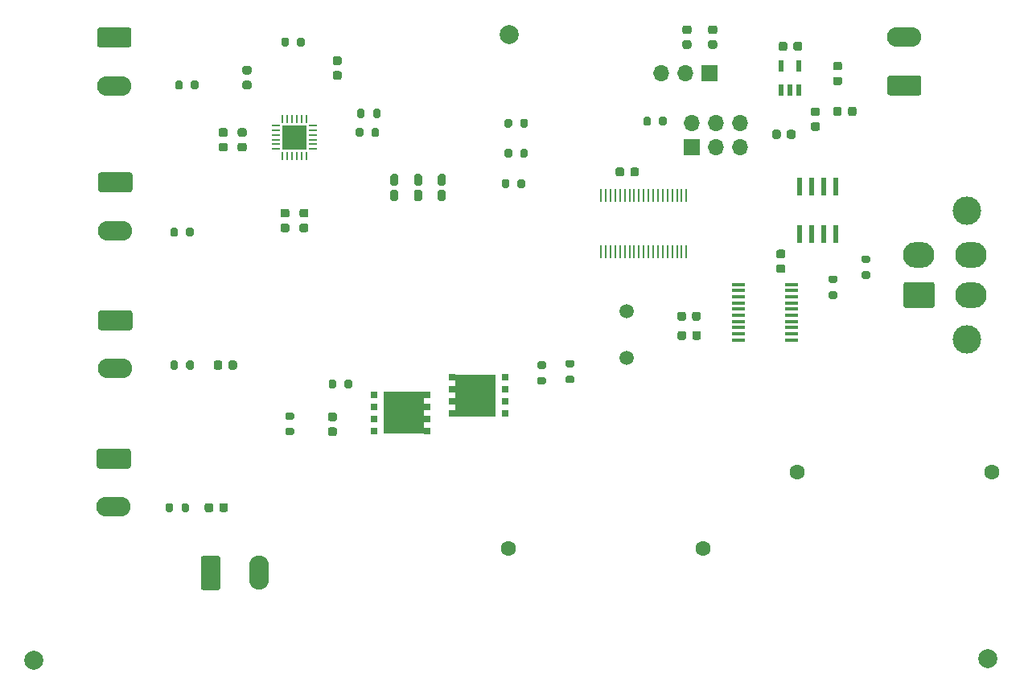
<source format=gbr>
%TF.GenerationSoftware,KiCad,Pcbnew,(5.1.7)-1*%
%TF.CreationDate,2021-05-19T20:23:41+02:00*%
%TF.ProjectId,PEE50-Schakeling,50454535-302d-4536-9368-616b656c696e,rev?*%
%TF.SameCoordinates,Original*%
%TF.FileFunction,Soldermask,Top*%
%TF.FilePolarity,Negative*%
%FSLAX46Y46*%
G04 Gerber Fmt 4.6, Leading zero omitted, Abs format (unit mm)*
G04 Created by KiCad (PCBNEW (5.1.7)-1) date 2021-05-19 20:23:41*
%MOMM*%
%LPD*%
G01*
G04 APERTURE LIST*
%ADD10C,2.000000*%
%ADD11R,0.600000X1.200000*%
%ADD12O,3.600000X2.080000*%
%ADD13R,1.700000X1.700000*%
%ADD14O,1.700000X1.700000*%
%ADD15R,0.700000X0.700000*%
%ADD16R,4.350000X4.510000*%
%ADD17R,2.641600X2.641600*%
%ADD18R,0.812800X0.254000*%
%ADD19R,0.254000X0.812800*%
%ADD20R,0.279400X1.404099*%
%ADD21R,1.461999X0.354800*%
%ADD22R,0.590000X1.970000*%
%ADD23C,1.500000*%
%ADD24O,2.080000X3.600000*%
%ADD25C,1.600200*%
%ADD26O,3.300000X2.700000*%
%ADD27C,3.000000*%
G04 APERTURE END LIST*
D10*
%TO.C,REF\u002A\u002A*%
X43073320Y-106057700D03*
%TD*%
%TO.C,REF\u002A\u002A*%
X93073220Y-40200580D03*
%TD*%
%TO.C,REF\u002A\u002A*%
X143510000Y-105895140D03*
%TD*%
%TO.C,C1*%
G36*
G01*
X74250000Y-80000000D02*
X74750000Y-80000000D01*
G75*
G02*
X74975000Y-80225000I0J-225000D01*
G01*
X74975000Y-80675000D01*
G75*
G02*
X74750000Y-80900000I-225000J0D01*
G01*
X74250000Y-80900000D01*
G75*
G02*
X74025000Y-80675000I0J225000D01*
G01*
X74025000Y-80225000D01*
G75*
G02*
X74250000Y-80000000I225000J0D01*
G01*
G37*
G36*
G01*
X74250000Y-81550000D02*
X74750000Y-81550000D01*
G75*
G02*
X74975000Y-81775000I0J-225000D01*
G01*
X74975000Y-82225000D01*
G75*
G02*
X74750000Y-82450000I-225000J0D01*
G01*
X74250000Y-82450000D01*
G75*
G02*
X74025000Y-82225000I0J225000D01*
G01*
X74025000Y-81775000D01*
G75*
G02*
X74250000Y-81550000I225000J0D01*
G01*
G37*
%TD*%
%TO.C,C2*%
G36*
G01*
X71250000Y-60100000D02*
X71750000Y-60100000D01*
G75*
G02*
X71975000Y-60325000I0J-225000D01*
G01*
X71975000Y-60775000D01*
G75*
G02*
X71750000Y-61000000I-225000J0D01*
G01*
X71250000Y-61000000D01*
G75*
G02*
X71025000Y-60775000I0J225000D01*
G01*
X71025000Y-60325000D01*
G75*
G02*
X71250000Y-60100000I225000J0D01*
G01*
G37*
G36*
G01*
X71250000Y-58550000D02*
X71750000Y-58550000D01*
G75*
G02*
X71975000Y-58775000I0J-225000D01*
G01*
X71975000Y-59225000D01*
G75*
G02*
X71750000Y-59450000I-225000J0D01*
G01*
X71250000Y-59450000D01*
G75*
G02*
X71025000Y-59225000I0J225000D01*
G01*
X71025000Y-58775000D01*
G75*
G02*
X71250000Y-58550000I225000J0D01*
G01*
G37*
%TD*%
%TO.C,C3*%
G36*
G01*
X69250000Y-58550000D02*
X69750000Y-58550000D01*
G75*
G02*
X69975000Y-58775000I0J-225000D01*
G01*
X69975000Y-59225000D01*
G75*
G02*
X69750000Y-59450000I-225000J0D01*
G01*
X69250000Y-59450000D01*
G75*
G02*
X69025000Y-59225000I0J225000D01*
G01*
X69025000Y-58775000D01*
G75*
G02*
X69250000Y-58550000I225000J0D01*
G01*
G37*
G36*
G01*
X69250000Y-60100000D02*
X69750000Y-60100000D01*
G75*
G02*
X69975000Y-60325000I0J-225000D01*
G01*
X69975000Y-60775000D01*
G75*
G02*
X69750000Y-61000000I-225000J0D01*
G01*
X69250000Y-61000000D01*
G75*
G02*
X69025000Y-60775000I0J225000D01*
G01*
X69025000Y-60325000D01*
G75*
G02*
X69250000Y-60100000I225000J0D01*
G01*
G37*
%TD*%
%TO.C,C4*%
G36*
G01*
X125573600Y-48785600D02*
X125073600Y-48785600D01*
G75*
G02*
X124848600Y-48560600I0J225000D01*
G01*
X124848600Y-48110600D01*
G75*
G02*
X125073600Y-47885600I225000J0D01*
G01*
X125573600Y-47885600D01*
G75*
G02*
X125798600Y-48110600I0J-225000D01*
G01*
X125798600Y-48560600D01*
G75*
G02*
X125573600Y-48785600I-225000J0D01*
G01*
G37*
G36*
G01*
X125573600Y-50335600D02*
X125073600Y-50335600D01*
G75*
G02*
X124848600Y-50110600I0J225000D01*
G01*
X124848600Y-49660600D01*
G75*
G02*
X125073600Y-49435600I225000J0D01*
G01*
X125573600Y-49435600D01*
G75*
G02*
X125798600Y-49660600I0J-225000D01*
G01*
X125798600Y-50110600D01*
G75*
G02*
X125573600Y-50335600I-225000J0D01*
G01*
G37*
%TD*%
%TO.C,C5*%
G36*
G01*
X123920000Y-41177400D02*
X123920000Y-41677400D01*
G75*
G02*
X123695000Y-41902400I-225000J0D01*
G01*
X123245000Y-41902400D01*
G75*
G02*
X123020000Y-41677400I0J225000D01*
G01*
X123020000Y-41177400D01*
G75*
G02*
X123245000Y-40952400I225000J0D01*
G01*
X123695000Y-40952400D01*
G75*
G02*
X123920000Y-41177400I0J-225000D01*
G01*
G37*
G36*
G01*
X122370000Y-41177400D02*
X122370000Y-41677400D01*
G75*
G02*
X122145000Y-41902400I-225000J0D01*
G01*
X121695000Y-41902400D01*
G75*
G02*
X121470000Y-41677400I0J225000D01*
G01*
X121470000Y-41177400D01*
G75*
G02*
X121695000Y-40952400I225000J0D01*
G01*
X122145000Y-40952400D01*
G75*
G02*
X122370000Y-41177400I0J-225000D01*
G01*
G37*
%TD*%
%TO.C,C6*%
G36*
G01*
X75250000Y-43400000D02*
X74750000Y-43400000D01*
G75*
G02*
X74525000Y-43175000I0J225000D01*
G01*
X74525000Y-42725000D01*
G75*
G02*
X74750000Y-42500000I225000J0D01*
G01*
X75250000Y-42500000D01*
G75*
G02*
X75475000Y-42725000I0J-225000D01*
G01*
X75475000Y-43175000D01*
G75*
G02*
X75250000Y-43400000I-225000J0D01*
G01*
G37*
G36*
G01*
X75250000Y-44950000D02*
X74750000Y-44950000D01*
G75*
G02*
X74525000Y-44725000I0J225000D01*
G01*
X74525000Y-44275000D01*
G75*
G02*
X74750000Y-44050000I225000J0D01*
G01*
X75250000Y-44050000D01*
G75*
G02*
X75475000Y-44275000I0J-225000D01*
G01*
X75475000Y-44725000D01*
G75*
G02*
X75250000Y-44950000I-225000J0D01*
G01*
G37*
%TD*%
%TO.C,C7*%
G36*
G01*
X65750000Y-44400000D02*
X65250000Y-44400000D01*
G75*
G02*
X65025000Y-44175000I0J225000D01*
G01*
X65025000Y-43725000D01*
G75*
G02*
X65250000Y-43500000I225000J0D01*
G01*
X65750000Y-43500000D01*
G75*
G02*
X65975000Y-43725000I0J-225000D01*
G01*
X65975000Y-44175000D01*
G75*
G02*
X65750000Y-44400000I-225000J0D01*
G01*
G37*
G36*
G01*
X65750000Y-45950000D02*
X65250000Y-45950000D01*
G75*
G02*
X65025000Y-45725000I0J225000D01*
G01*
X65025000Y-45275000D01*
G75*
G02*
X65250000Y-45050000I225000J0D01*
G01*
X65750000Y-45050000D01*
G75*
G02*
X65975000Y-45275000I0J-225000D01*
G01*
X65975000Y-45725000D01*
G75*
G02*
X65750000Y-45950000I-225000J0D01*
G01*
G37*
%TD*%
%TO.C,C8*%
G36*
G01*
X62750000Y-50050000D02*
X63250000Y-50050000D01*
G75*
G02*
X63475000Y-50275000I0J-225000D01*
G01*
X63475000Y-50725000D01*
G75*
G02*
X63250000Y-50950000I-225000J0D01*
G01*
X62750000Y-50950000D01*
G75*
G02*
X62525000Y-50725000I0J225000D01*
G01*
X62525000Y-50275000D01*
G75*
G02*
X62750000Y-50050000I225000J0D01*
G01*
G37*
G36*
G01*
X62750000Y-51600000D02*
X63250000Y-51600000D01*
G75*
G02*
X63475000Y-51825000I0J-225000D01*
G01*
X63475000Y-52275000D01*
G75*
G02*
X63250000Y-52500000I-225000J0D01*
G01*
X62750000Y-52500000D01*
G75*
G02*
X62525000Y-52275000I0J225000D01*
G01*
X62525000Y-51825000D01*
G75*
G02*
X62750000Y-51600000I225000J0D01*
G01*
G37*
%TD*%
%TO.C,C9*%
G36*
G01*
X65250000Y-50950000D02*
X64750000Y-50950000D01*
G75*
G02*
X64525000Y-50725000I0J225000D01*
G01*
X64525000Y-50275000D01*
G75*
G02*
X64750000Y-50050000I225000J0D01*
G01*
X65250000Y-50050000D01*
G75*
G02*
X65475000Y-50275000I0J-225000D01*
G01*
X65475000Y-50725000D01*
G75*
G02*
X65250000Y-50950000I-225000J0D01*
G01*
G37*
G36*
G01*
X65250000Y-52500000D02*
X64750000Y-52500000D01*
G75*
G02*
X64525000Y-52275000I0J225000D01*
G01*
X64525000Y-51825000D01*
G75*
G02*
X64750000Y-51600000I225000J0D01*
G01*
X65250000Y-51600000D01*
G75*
G02*
X65475000Y-51825000I0J-225000D01*
G01*
X65475000Y-52275000D01*
G75*
G02*
X65250000Y-52500000I-225000J0D01*
G01*
G37*
%TD*%
%TO.C,C10*%
G36*
G01*
X63550000Y-75250000D02*
X63550000Y-74750000D01*
G75*
G02*
X63775000Y-74525000I225000J0D01*
G01*
X64225000Y-74525000D01*
G75*
G02*
X64450000Y-74750000I0J-225000D01*
G01*
X64450000Y-75250000D01*
G75*
G02*
X64225000Y-75475000I-225000J0D01*
G01*
X63775000Y-75475000D01*
G75*
G02*
X63550000Y-75250000I0J225000D01*
G01*
G37*
G36*
G01*
X62000000Y-75250000D02*
X62000000Y-74750000D01*
G75*
G02*
X62225000Y-74525000I225000J0D01*
G01*
X62675000Y-74525000D01*
G75*
G02*
X62900000Y-74750000I0J-225000D01*
G01*
X62900000Y-75250000D01*
G75*
G02*
X62675000Y-75475000I-225000J0D01*
G01*
X62225000Y-75475000D01*
G75*
G02*
X62000000Y-75250000I0J225000D01*
G01*
G37*
%TD*%
%TO.C,C11*%
G36*
G01*
X61050000Y-90250000D02*
X61050000Y-89750000D01*
G75*
G02*
X61275000Y-89525000I225000J0D01*
G01*
X61725000Y-89525000D01*
G75*
G02*
X61950000Y-89750000I0J-225000D01*
G01*
X61950000Y-90250000D01*
G75*
G02*
X61725000Y-90475000I-225000J0D01*
G01*
X61275000Y-90475000D01*
G75*
G02*
X61050000Y-90250000I0J225000D01*
G01*
G37*
G36*
G01*
X62600000Y-90250000D02*
X62600000Y-89750000D01*
G75*
G02*
X62825000Y-89525000I225000J0D01*
G01*
X63275000Y-89525000D01*
G75*
G02*
X63500000Y-89750000I0J-225000D01*
G01*
X63500000Y-90250000D01*
G75*
G02*
X63275000Y-90475000I-225000J0D01*
G01*
X62825000Y-90475000D01*
G75*
G02*
X62600000Y-90250000I0J225000D01*
G01*
G37*
%TD*%
%TO.C,C12*%
G36*
G01*
X106749600Y-54410800D02*
X106749600Y-54910800D01*
G75*
G02*
X106524600Y-55135800I-225000J0D01*
G01*
X106074600Y-55135800D01*
G75*
G02*
X105849600Y-54910800I0J225000D01*
G01*
X105849600Y-54410800D01*
G75*
G02*
X106074600Y-54185800I225000J0D01*
G01*
X106524600Y-54185800D01*
G75*
G02*
X106749600Y-54410800I0J-225000D01*
G01*
G37*
G36*
G01*
X105199600Y-54410800D02*
X105199600Y-54910800D01*
G75*
G02*
X104974600Y-55135800I-225000J0D01*
G01*
X104524600Y-55135800D01*
G75*
G02*
X104299600Y-54910800I0J225000D01*
G01*
X104299600Y-54410800D01*
G75*
G02*
X104524600Y-54185800I225000J0D01*
G01*
X104974600Y-54185800D01*
G75*
G02*
X105199600Y-54410800I0J-225000D01*
G01*
G37*
%TD*%
%TO.C,C13*%
G36*
G01*
X112060800Y-40149600D02*
X111560800Y-40149600D01*
G75*
G02*
X111335800Y-39924600I0J225000D01*
G01*
X111335800Y-39474600D01*
G75*
G02*
X111560800Y-39249600I225000J0D01*
G01*
X112060800Y-39249600D01*
G75*
G02*
X112285800Y-39474600I0J-225000D01*
G01*
X112285800Y-39924600D01*
G75*
G02*
X112060800Y-40149600I-225000J0D01*
G01*
G37*
G36*
G01*
X112060800Y-41699600D02*
X111560800Y-41699600D01*
G75*
G02*
X111335800Y-41474600I0J225000D01*
G01*
X111335800Y-41024600D01*
G75*
G02*
X111560800Y-40799600I225000J0D01*
G01*
X112060800Y-40799600D01*
G75*
G02*
X112285800Y-41024600I0J-225000D01*
G01*
X112285800Y-41474600D01*
G75*
G02*
X112060800Y-41699600I-225000J0D01*
G01*
G37*
%TD*%
%TO.C,C14*%
G36*
G01*
X123233600Y-50448400D02*
X123233600Y-50948400D01*
G75*
G02*
X123008600Y-51173400I-225000J0D01*
G01*
X122558600Y-51173400D01*
G75*
G02*
X122333600Y-50948400I0J225000D01*
G01*
X122333600Y-50448400D01*
G75*
G02*
X122558600Y-50223400I225000J0D01*
G01*
X123008600Y-50223400D01*
G75*
G02*
X123233600Y-50448400I0J-225000D01*
G01*
G37*
G36*
G01*
X121683600Y-50448400D02*
X121683600Y-50948400D01*
G75*
G02*
X121458600Y-51173400I-225000J0D01*
G01*
X121008600Y-51173400D01*
G75*
G02*
X120783600Y-50948400I0J225000D01*
G01*
X120783600Y-50448400D01*
G75*
G02*
X121008600Y-50223400I225000J0D01*
G01*
X121458600Y-50223400D01*
G75*
G02*
X121683600Y-50448400I0J-225000D01*
G01*
G37*
%TD*%
%TO.C,C15*%
G36*
G01*
X121441400Y-64396200D02*
X121941400Y-64396200D01*
G75*
G02*
X122166400Y-64621200I0J-225000D01*
G01*
X122166400Y-65071200D01*
G75*
G02*
X121941400Y-65296200I-225000J0D01*
G01*
X121441400Y-65296200D01*
G75*
G02*
X121216400Y-65071200I0J225000D01*
G01*
X121216400Y-64621200D01*
G75*
G02*
X121441400Y-64396200I225000J0D01*
G01*
G37*
G36*
G01*
X121441400Y-62846200D02*
X121941400Y-62846200D01*
G75*
G02*
X122166400Y-63071200I0J-225000D01*
G01*
X122166400Y-63521200D01*
G75*
G02*
X121941400Y-63746200I-225000J0D01*
G01*
X121441400Y-63746200D01*
G75*
G02*
X121216400Y-63521200I0J225000D01*
G01*
X121216400Y-63071200D01*
G75*
G02*
X121441400Y-62846200I225000J0D01*
G01*
G37*
%TD*%
%TO.C,C16*%
G36*
G01*
X113276800Y-71632000D02*
X113276800Y-72132000D01*
G75*
G02*
X113051800Y-72357000I-225000J0D01*
G01*
X112601800Y-72357000D01*
G75*
G02*
X112376800Y-72132000I0J225000D01*
G01*
X112376800Y-71632000D01*
G75*
G02*
X112601800Y-71407000I225000J0D01*
G01*
X113051800Y-71407000D01*
G75*
G02*
X113276800Y-71632000I0J-225000D01*
G01*
G37*
G36*
G01*
X111726800Y-71632000D02*
X111726800Y-72132000D01*
G75*
G02*
X111501800Y-72357000I-225000J0D01*
G01*
X111051800Y-72357000D01*
G75*
G02*
X110826800Y-72132000I0J225000D01*
G01*
X110826800Y-71632000D01*
G75*
G02*
X111051800Y-71407000I225000J0D01*
G01*
X111501800Y-71407000D01*
G75*
G02*
X111726800Y-71632000I0J-225000D01*
G01*
G37*
%TD*%
%TO.C,C17*%
G36*
G01*
X111701400Y-69600000D02*
X111701400Y-70100000D01*
G75*
G02*
X111476400Y-70325000I-225000J0D01*
G01*
X111026400Y-70325000D01*
G75*
G02*
X110801400Y-70100000I0J225000D01*
G01*
X110801400Y-69600000D01*
G75*
G02*
X111026400Y-69375000I225000J0D01*
G01*
X111476400Y-69375000D01*
G75*
G02*
X111701400Y-69600000I0J-225000D01*
G01*
G37*
G36*
G01*
X113251400Y-69600000D02*
X113251400Y-70100000D01*
G75*
G02*
X113026400Y-70325000I-225000J0D01*
G01*
X112576400Y-70325000D01*
G75*
G02*
X112351400Y-70100000I0J225000D01*
G01*
X112351400Y-69600000D01*
G75*
G02*
X112576400Y-69375000I225000J0D01*
G01*
X113026400Y-69375000D01*
G75*
G02*
X113251400Y-69600000I0J-225000D01*
G01*
G37*
%TD*%
%TO.C,C18*%
G36*
G01*
X114265900Y-39237500D02*
X114765900Y-39237500D01*
G75*
G02*
X114990900Y-39462500I0J-225000D01*
G01*
X114990900Y-39912500D01*
G75*
G02*
X114765900Y-40137500I-225000J0D01*
G01*
X114265900Y-40137500D01*
G75*
G02*
X114040900Y-39912500I0J225000D01*
G01*
X114040900Y-39462500D01*
G75*
G02*
X114265900Y-39237500I225000J0D01*
G01*
G37*
G36*
G01*
X114265900Y-40787500D02*
X114765900Y-40787500D01*
G75*
G02*
X114990900Y-41012500I0J-225000D01*
G01*
X114990900Y-41462500D01*
G75*
G02*
X114765900Y-41687500I-225000J0D01*
G01*
X114265900Y-41687500D01*
G75*
G02*
X114040900Y-41462500I0J225000D01*
G01*
X114040900Y-41012500D01*
G75*
G02*
X114265900Y-40787500I225000J0D01*
G01*
G37*
%TD*%
%TO.C,D1*%
G36*
G01*
X85787500Y-56512500D02*
X86212500Y-56512500D01*
G75*
G02*
X86425000Y-56725000I0J-212500D01*
G01*
X86425000Y-57525000D01*
G75*
G02*
X86212500Y-57737500I-212500J0D01*
G01*
X85787500Y-57737500D01*
G75*
G02*
X85575000Y-57525000I0J212500D01*
G01*
X85575000Y-56725000D01*
G75*
G02*
X85787500Y-56512500I212500J0D01*
G01*
G37*
G36*
G01*
X85787500Y-54887500D02*
X86212500Y-54887500D01*
G75*
G02*
X86425000Y-55100000I0J-212500D01*
G01*
X86425000Y-55900000D01*
G75*
G02*
X86212500Y-56112500I-212500J0D01*
G01*
X85787500Y-56112500D01*
G75*
G02*
X85575000Y-55900000I0J212500D01*
G01*
X85575000Y-55100000D01*
G75*
G02*
X85787500Y-54887500I212500J0D01*
G01*
G37*
%TD*%
%TO.C,D2*%
G36*
G01*
X83287500Y-54887500D02*
X83712500Y-54887500D01*
G75*
G02*
X83925000Y-55100000I0J-212500D01*
G01*
X83925000Y-55900000D01*
G75*
G02*
X83712500Y-56112500I-212500J0D01*
G01*
X83287500Y-56112500D01*
G75*
G02*
X83075000Y-55900000I0J212500D01*
G01*
X83075000Y-55100000D01*
G75*
G02*
X83287500Y-54887500I212500J0D01*
G01*
G37*
G36*
G01*
X83287500Y-56512500D02*
X83712500Y-56512500D01*
G75*
G02*
X83925000Y-56725000I0J-212500D01*
G01*
X83925000Y-57525000D01*
G75*
G02*
X83712500Y-57737500I-212500J0D01*
G01*
X83287500Y-57737500D01*
G75*
G02*
X83075000Y-57525000I0J212500D01*
G01*
X83075000Y-56725000D01*
G75*
G02*
X83287500Y-56512500I212500J0D01*
G01*
G37*
%TD*%
%TO.C,D3*%
G36*
G01*
X80787500Y-54887500D02*
X81212500Y-54887500D01*
G75*
G02*
X81425000Y-55100000I0J-212500D01*
G01*
X81425000Y-55900000D01*
G75*
G02*
X81212500Y-56112500I-212500J0D01*
G01*
X80787500Y-56112500D01*
G75*
G02*
X80575000Y-55900000I0J212500D01*
G01*
X80575000Y-55100000D01*
G75*
G02*
X80787500Y-54887500I212500J0D01*
G01*
G37*
G36*
G01*
X80787500Y-56512500D02*
X81212500Y-56512500D01*
G75*
G02*
X81425000Y-56725000I0J-212500D01*
G01*
X81425000Y-57525000D01*
G75*
G02*
X81212500Y-57737500I-212500J0D01*
G01*
X80787500Y-57737500D01*
G75*
G02*
X80575000Y-57525000I0J212500D01*
G01*
X80575000Y-56725000D01*
G75*
G02*
X80787500Y-56512500I212500J0D01*
G01*
G37*
%TD*%
D11*
%TO.C,IC1*%
X121706600Y-43530200D03*
X123606600Y-43530200D03*
X123606600Y-46030200D03*
X122656600Y-46030200D03*
X121706600Y-46030200D03*
%TD*%
D12*
%TO.C,J1*%
X51536400Y-45587200D03*
G36*
G01*
X49986399Y-39467200D02*
X53086401Y-39467200D01*
G75*
G02*
X53336400Y-39717199I0J-249999D01*
G01*
X53336400Y-41297201D01*
G75*
G02*
X53086401Y-41547200I-249999J0D01*
G01*
X49986399Y-41547200D01*
G75*
G02*
X49736400Y-41297201I0J249999D01*
G01*
X49736400Y-39717199D01*
G75*
G02*
X49986399Y-39467200I249999J0D01*
G01*
G37*
%TD*%
%TO.C,J2*%
X51638000Y-60827200D03*
G36*
G01*
X50087999Y-54707200D02*
X53188001Y-54707200D01*
G75*
G02*
X53438000Y-54957199I0J-249999D01*
G01*
X53438000Y-56537201D01*
G75*
G02*
X53188001Y-56787200I-249999J0D01*
G01*
X50087999Y-56787200D01*
G75*
G02*
X49838000Y-56537201I0J249999D01*
G01*
X49838000Y-54957199D01*
G75*
G02*
X50087999Y-54707200I249999J0D01*
G01*
G37*
%TD*%
%TO.C,J3*%
G36*
G01*
X50087999Y-69236000D02*
X53188001Y-69236000D01*
G75*
G02*
X53438000Y-69485999I0J-249999D01*
G01*
X53438000Y-71066001D01*
G75*
G02*
X53188001Y-71316000I-249999J0D01*
G01*
X50087999Y-71316000D01*
G75*
G02*
X49838000Y-71066001I0J249999D01*
G01*
X49838000Y-69485999D01*
G75*
G02*
X50087999Y-69236000I249999J0D01*
G01*
G37*
X51638000Y-75356000D03*
%TD*%
%TO.C,J4*%
G36*
G01*
X49935599Y-83815600D02*
X53035601Y-83815600D01*
G75*
G02*
X53285600Y-84065599I0J-249999D01*
G01*
X53285600Y-85645601D01*
G75*
G02*
X53035601Y-85895600I-249999J0D01*
G01*
X49935599Y-85895600D01*
G75*
G02*
X49685600Y-85645601I0J249999D01*
G01*
X49685600Y-84065599D01*
G75*
G02*
X49935599Y-83815600I249999J0D01*
G01*
G37*
X51485600Y-89935600D03*
%TD*%
D13*
%TO.C,J5*%
X112318800Y-52070000D03*
D14*
X112318800Y-49530000D03*
X114858800Y-52070000D03*
X114858800Y-49530000D03*
X117398800Y-52070000D03*
X117398800Y-49530000D03*
%TD*%
D13*
%TO.C,JP1*%
X114198400Y-44246800D03*
D14*
X111658400Y-44246800D03*
X109118400Y-44246800D03*
%TD*%
D15*
%TO.C,Q1*%
X87062660Y-77571600D03*
X87062660Y-78841600D03*
X87062660Y-80111600D03*
X87062660Y-76301600D03*
X92662660Y-76301600D03*
X92662660Y-80111600D03*
X92662660Y-78841600D03*
X92662660Y-77571600D03*
D16*
X89532660Y-78206600D03*
%TD*%
D15*
%TO.C,Q2*%
X84470000Y-80635000D03*
X84470000Y-79365000D03*
X84470000Y-78095000D03*
X84470000Y-81905000D03*
X78870000Y-81905000D03*
X78870000Y-78095000D03*
X78870000Y-79365000D03*
X78870000Y-80635000D03*
D16*
X82000000Y-80000000D03*
%TD*%
%TO.C,R1*%
G36*
G01*
X92600000Y-52980000D02*
X92600000Y-52430000D01*
G75*
G02*
X92800000Y-52230000I200000J0D01*
G01*
X93200000Y-52230000D01*
G75*
G02*
X93400000Y-52430000I0J-200000D01*
G01*
X93400000Y-52980000D01*
G75*
G02*
X93200000Y-53180000I-200000J0D01*
G01*
X92800000Y-53180000D01*
G75*
G02*
X92600000Y-52980000I0J200000D01*
G01*
G37*
G36*
G01*
X94250000Y-52980000D02*
X94250000Y-52430000D01*
G75*
G02*
X94450000Y-52230000I200000J0D01*
G01*
X94850000Y-52230000D01*
G75*
G02*
X95050000Y-52430000I0J-200000D01*
G01*
X95050000Y-52980000D01*
G75*
G02*
X94850000Y-53180000I-200000J0D01*
G01*
X94450000Y-53180000D01*
G75*
G02*
X94250000Y-52980000I0J200000D01*
G01*
G37*
%TD*%
%TO.C,R2*%
G36*
G01*
X94250000Y-49805000D02*
X94250000Y-49255000D01*
G75*
G02*
X94450000Y-49055000I200000J0D01*
G01*
X94850000Y-49055000D01*
G75*
G02*
X95050000Y-49255000I0J-200000D01*
G01*
X95050000Y-49805000D01*
G75*
G02*
X94850000Y-50005000I-200000J0D01*
G01*
X94450000Y-50005000D01*
G75*
G02*
X94250000Y-49805000I0J200000D01*
G01*
G37*
G36*
G01*
X92600000Y-49805000D02*
X92600000Y-49255000D01*
G75*
G02*
X92800000Y-49055000I200000J0D01*
G01*
X93200000Y-49055000D01*
G75*
G02*
X93400000Y-49255000I0J-200000D01*
G01*
X93400000Y-49805000D01*
G75*
G02*
X93200000Y-50005000I-200000J0D01*
G01*
X92800000Y-50005000D01*
G75*
G02*
X92600000Y-49805000I0J200000D01*
G01*
G37*
%TD*%
%TO.C,R3*%
G36*
G01*
X92310000Y-56155000D02*
X92310000Y-55605000D01*
G75*
G02*
X92510000Y-55405000I200000J0D01*
G01*
X92910000Y-55405000D01*
G75*
G02*
X93110000Y-55605000I0J-200000D01*
G01*
X93110000Y-56155000D01*
G75*
G02*
X92910000Y-56355000I-200000J0D01*
G01*
X92510000Y-56355000D01*
G75*
G02*
X92310000Y-56155000I0J200000D01*
G01*
G37*
G36*
G01*
X93960000Y-56155000D02*
X93960000Y-55605000D01*
G75*
G02*
X94160000Y-55405000I200000J0D01*
G01*
X94560000Y-55405000D01*
G75*
G02*
X94760000Y-55605000I0J-200000D01*
G01*
X94760000Y-56155000D01*
G75*
G02*
X94560000Y-56355000I-200000J0D01*
G01*
X94160000Y-56355000D01*
G75*
G02*
X93960000Y-56155000I0J200000D01*
G01*
G37*
%TD*%
%TO.C,R4*%
G36*
G01*
X76550000Y-76725000D02*
X76550000Y-77275000D01*
G75*
G02*
X76350000Y-77475000I-200000J0D01*
G01*
X75950000Y-77475000D01*
G75*
G02*
X75750000Y-77275000I0J200000D01*
G01*
X75750000Y-76725000D01*
G75*
G02*
X75950000Y-76525000I200000J0D01*
G01*
X76350000Y-76525000D01*
G75*
G02*
X76550000Y-76725000I0J-200000D01*
G01*
G37*
G36*
G01*
X74900000Y-76725000D02*
X74900000Y-77275000D01*
G75*
G02*
X74700000Y-77475000I-200000J0D01*
G01*
X74300000Y-77475000D01*
G75*
G02*
X74100000Y-77275000I0J200000D01*
G01*
X74100000Y-76725000D01*
G75*
G02*
X74300000Y-76525000I200000J0D01*
G01*
X74700000Y-76525000D01*
G75*
G02*
X74900000Y-76725000I0J-200000D01*
G01*
G37*
%TD*%
%TO.C,R5*%
G36*
G01*
X96225000Y-76250000D02*
X96775000Y-76250000D01*
G75*
G02*
X96975000Y-76450000I0J-200000D01*
G01*
X96975000Y-76850000D01*
G75*
G02*
X96775000Y-77050000I-200000J0D01*
G01*
X96225000Y-77050000D01*
G75*
G02*
X96025000Y-76850000I0J200000D01*
G01*
X96025000Y-76450000D01*
G75*
G02*
X96225000Y-76250000I200000J0D01*
G01*
G37*
G36*
G01*
X96225000Y-74600000D02*
X96775000Y-74600000D01*
G75*
G02*
X96975000Y-74800000I0J-200000D01*
G01*
X96975000Y-75200000D01*
G75*
G02*
X96775000Y-75400000I-200000J0D01*
G01*
X96225000Y-75400000D01*
G75*
G02*
X96025000Y-75200000I0J200000D01*
G01*
X96025000Y-74800000D01*
G75*
G02*
X96225000Y-74600000I200000J0D01*
G01*
G37*
%TD*%
%TO.C,R6*%
G36*
G01*
X99225000Y-74450000D02*
X99775000Y-74450000D01*
G75*
G02*
X99975000Y-74650000I0J-200000D01*
G01*
X99975000Y-75050000D01*
G75*
G02*
X99775000Y-75250000I-200000J0D01*
G01*
X99225000Y-75250000D01*
G75*
G02*
X99025000Y-75050000I0J200000D01*
G01*
X99025000Y-74650000D01*
G75*
G02*
X99225000Y-74450000I200000J0D01*
G01*
G37*
G36*
G01*
X99225000Y-76100000D02*
X99775000Y-76100000D01*
G75*
G02*
X99975000Y-76300000I0J-200000D01*
G01*
X99975000Y-76700000D01*
G75*
G02*
X99775000Y-76900000I-200000J0D01*
G01*
X99225000Y-76900000D01*
G75*
G02*
X99025000Y-76700000I0J200000D01*
G01*
X99025000Y-76300000D01*
G75*
G02*
X99225000Y-76100000I200000J0D01*
G01*
G37*
%TD*%
%TO.C,R7*%
G36*
G01*
X78600000Y-50775000D02*
X78600000Y-50225000D01*
G75*
G02*
X78800000Y-50025000I200000J0D01*
G01*
X79200000Y-50025000D01*
G75*
G02*
X79400000Y-50225000I0J-200000D01*
G01*
X79400000Y-50775000D01*
G75*
G02*
X79200000Y-50975000I-200000J0D01*
G01*
X78800000Y-50975000D01*
G75*
G02*
X78600000Y-50775000I0J200000D01*
G01*
G37*
G36*
G01*
X76950000Y-50775000D02*
X76950000Y-50225000D01*
G75*
G02*
X77150000Y-50025000I200000J0D01*
G01*
X77550000Y-50025000D01*
G75*
G02*
X77750000Y-50225000I0J-200000D01*
G01*
X77750000Y-50775000D01*
G75*
G02*
X77550000Y-50975000I-200000J0D01*
G01*
X77150000Y-50975000D01*
G75*
G02*
X76950000Y-50775000I0J200000D01*
G01*
G37*
%TD*%
%TO.C,R8*%
G36*
G01*
X69725000Y-79950000D02*
X70275000Y-79950000D01*
G75*
G02*
X70475000Y-80150000I0J-200000D01*
G01*
X70475000Y-80550000D01*
G75*
G02*
X70275000Y-80750000I-200000J0D01*
G01*
X69725000Y-80750000D01*
G75*
G02*
X69525000Y-80550000I0J200000D01*
G01*
X69525000Y-80150000D01*
G75*
G02*
X69725000Y-79950000I200000J0D01*
G01*
G37*
G36*
G01*
X69725000Y-81600000D02*
X70275000Y-81600000D01*
G75*
G02*
X70475000Y-81800000I0J-200000D01*
G01*
X70475000Y-82200000D01*
G75*
G02*
X70275000Y-82400000I-200000J0D01*
G01*
X69725000Y-82400000D01*
G75*
G02*
X69525000Y-82200000I0J200000D01*
G01*
X69525000Y-81800000D01*
G75*
G02*
X69725000Y-81600000I200000J0D01*
G01*
G37*
%TD*%
%TO.C,R9*%
G36*
G01*
X78750000Y-48775000D02*
X78750000Y-48225000D01*
G75*
G02*
X78950000Y-48025000I200000J0D01*
G01*
X79350000Y-48025000D01*
G75*
G02*
X79550000Y-48225000I0J-200000D01*
G01*
X79550000Y-48775000D01*
G75*
G02*
X79350000Y-48975000I-200000J0D01*
G01*
X78950000Y-48975000D01*
G75*
G02*
X78750000Y-48775000I0J200000D01*
G01*
G37*
G36*
G01*
X77100000Y-48775000D02*
X77100000Y-48225000D01*
G75*
G02*
X77300000Y-48025000I200000J0D01*
G01*
X77700000Y-48025000D01*
G75*
G02*
X77900000Y-48225000I0J-200000D01*
G01*
X77900000Y-48775000D01*
G75*
G02*
X77700000Y-48975000I-200000J0D01*
G01*
X77300000Y-48975000D01*
G75*
G02*
X77100000Y-48775000I0J200000D01*
G01*
G37*
%TD*%
%TO.C,R10*%
G36*
G01*
X70760640Y-41262980D02*
X70760640Y-40712980D01*
G75*
G02*
X70960640Y-40512980I200000J0D01*
G01*
X71360640Y-40512980D01*
G75*
G02*
X71560640Y-40712980I0J-200000D01*
G01*
X71560640Y-41262980D01*
G75*
G02*
X71360640Y-41462980I-200000J0D01*
G01*
X70960640Y-41462980D01*
G75*
G02*
X70760640Y-41262980I0J200000D01*
G01*
G37*
G36*
G01*
X69110640Y-41262980D02*
X69110640Y-40712980D01*
G75*
G02*
X69310640Y-40512980I200000J0D01*
G01*
X69710640Y-40512980D01*
G75*
G02*
X69910640Y-40712980I0J-200000D01*
G01*
X69910640Y-41262980D01*
G75*
G02*
X69710640Y-41462980I-200000J0D01*
G01*
X69310640Y-41462980D01*
G75*
G02*
X69110640Y-41262980I0J200000D01*
G01*
G37*
%TD*%
%TO.C,R11*%
G36*
G01*
X107233000Y-49601800D02*
X107233000Y-49051800D01*
G75*
G02*
X107433000Y-48851800I200000J0D01*
G01*
X107833000Y-48851800D01*
G75*
G02*
X108033000Y-49051800I0J-200000D01*
G01*
X108033000Y-49601800D01*
G75*
G02*
X107833000Y-49801800I-200000J0D01*
G01*
X107433000Y-49801800D01*
G75*
G02*
X107233000Y-49601800I0J200000D01*
G01*
G37*
G36*
G01*
X108883000Y-49601800D02*
X108883000Y-49051800D01*
G75*
G02*
X109083000Y-48851800I200000J0D01*
G01*
X109483000Y-48851800D01*
G75*
G02*
X109683000Y-49051800I0J-200000D01*
G01*
X109683000Y-49601800D01*
G75*
G02*
X109483000Y-49801800I-200000J0D01*
G01*
X109083000Y-49801800D01*
G75*
G02*
X108883000Y-49601800I0J200000D01*
G01*
G37*
%TD*%
%TO.C,R12*%
G36*
G01*
X57950000Y-45775000D02*
X57950000Y-45225000D01*
G75*
G02*
X58150000Y-45025000I200000J0D01*
G01*
X58550000Y-45025000D01*
G75*
G02*
X58750000Y-45225000I0J-200000D01*
G01*
X58750000Y-45775000D01*
G75*
G02*
X58550000Y-45975000I-200000J0D01*
G01*
X58150000Y-45975000D01*
G75*
G02*
X57950000Y-45775000I0J200000D01*
G01*
G37*
G36*
G01*
X59600000Y-45775000D02*
X59600000Y-45225000D01*
G75*
G02*
X59800000Y-45025000I200000J0D01*
G01*
X60200000Y-45025000D01*
G75*
G02*
X60400000Y-45225000I0J-200000D01*
G01*
X60400000Y-45775000D01*
G75*
G02*
X60200000Y-45975000I-200000J0D01*
G01*
X59800000Y-45975000D01*
G75*
G02*
X59600000Y-45775000I0J200000D01*
G01*
G37*
%TD*%
%TO.C,R13*%
G36*
G01*
X59100000Y-61275000D02*
X59100000Y-60725000D01*
G75*
G02*
X59300000Y-60525000I200000J0D01*
G01*
X59700000Y-60525000D01*
G75*
G02*
X59900000Y-60725000I0J-200000D01*
G01*
X59900000Y-61275000D01*
G75*
G02*
X59700000Y-61475000I-200000J0D01*
G01*
X59300000Y-61475000D01*
G75*
G02*
X59100000Y-61275000I0J200000D01*
G01*
G37*
G36*
G01*
X57450000Y-61275000D02*
X57450000Y-60725000D01*
G75*
G02*
X57650000Y-60525000I200000J0D01*
G01*
X58050000Y-60525000D01*
G75*
G02*
X58250000Y-60725000I0J-200000D01*
G01*
X58250000Y-61275000D01*
G75*
G02*
X58050000Y-61475000I-200000J0D01*
G01*
X57650000Y-61475000D01*
G75*
G02*
X57450000Y-61275000I0J200000D01*
G01*
G37*
%TD*%
%TO.C,R14*%
G36*
G01*
X57450000Y-75275000D02*
X57450000Y-74725000D01*
G75*
G02*
X57650000Y-74525000I200000J0D01*
G01*
X58050000Y-74525000D01*
G75*
G02*
X58250000Y-74725000I0J-200000D01*
G01*
X58250000Y-75275000D01*
G75*
G02*
X58050000Y-75475000I-200000J0D01*
G01*
X57650000Y-75475000D01*
G75*
G02*
X57450000Y-75275000I0J200000D01*
G01*
G37*
G36*
G01*
X59100000Y-75275000D02*
X59100000Y-74725000D01*
G75*
G02*
X59300000Y-74525000I200000J0D01*
G01*
X59700000Y-74525000D01*
G75*
G02*
X59900000Y-74725000I0J-200000D01*
G01*
X59900000Y-75275000D01*
G75*
G02*
X59700000Y-75475000I-200000J0D01*
G01*
X59300000Y-75475000D01*
G75*
G02*
X59100000Y-75275000I0J200000D01*
G01*
G37*
%TD*%
%TO.C,R15*%
G36*
G01*
X58600000Y-90275000D02*
X58600000Y-89725000D01*
G75*
G02*
X58800000Y-89525000I200000J0D01*
G01*
X59200000Y-89525000D01*
G75*
G02*
X59400000Y-89725000I0J-200000D01*
G01*
X59400000Y-90275000D01*
G75*
G02*
X59200000Y-90475000I-200000J0D01*
G01*
X58800000Y-90475000D01*
G75*
G02*
X58600000Y-90275000I0J200000D01*
G01*
G37*
G36*
G01*
X56950000Y-90275000D02*
X56950000Y-89725000D01*
G75*
G02*
X57150000Y-89525000I200000J0D01*
G01*
X57550000Y-89525000D01*
G75*
G02*
X57750000Y-89725000I0J-200000D01*
G01*
X57750000Y-90275000D01*
G75*
G02*
X57550000Y-90475000I-200000J0D01*
G01*
X57150000Y-90475000D01*
G75*
G02*
X56950000Y-90275000I0J200000D01*
G01*
G37*
%TD*%
%TO.C,R16*%
G36*
G01*
X127452800Y-66364800D02*
X126902800Y-66364800D01*
G75*
G02*
X126702800Y-66164800I0J200000D01*
G01*
X126702800Y-65764800D01*
G75*
G02*
X126902800Y-65564800I200000J0D01*
G01*
X127452800Y-65564800D01*
G75*
G02*
X127652800Y-65764800I0J-200000D01*
G01*
X127652800Y-66164800D01*
G75*
G02*
X127452800Y-66364800I-200000J0D01*
G01*
G37*
G36*
G01*
X127452800Y-68014800D02*
X126902800Y-68014800D01*
G75*
G02*
X126702800Y-67814800I0J200000D01*
G01*
X126702800Y-67414800D01*
G75*
G02*
X126902800Y-67214800I200000J0D01*
G01*
X127452800Y-67214800D01*
G75*
G02*
X127652800Y-67414800I0J-200000D01*
G01*
X127652800Y-67814800D01*
G75*
G02*
X127452800Y-68014800I-200000J0D01*
G01*
G37*
%TD*%
D17*
%TO.C,U1*%
X70500000Y-51000000D03*
D18*
X68556900Y-52250000D03*
X68556900Y-51750001D03*
X68556900Y-51250000D03*
X68556900Y-50750000D03*
X68556900Y-50249999D03*
X68556900Y-49750000D03*
D19*
X69250000Y-49056900D03*
X69749999Y-49056900D03*
X70250000Y-49056900D03*
X70750000Y-49056900D03*
X71250001Y-49056900D03*
X71750000Y-49056900D03*
D18*
X72443100Y-49750000D03*
X72443100Y-50249999D03*
X72443100Y-50750000D03*
X72443100Y-51250000D03*
X72443100Y-51750001D03*
X72443100Y-52250000D03*
D19*
X71750000Y-52943100D03*
X71250001Y-52943100D03*
X70750000Y-52943100D03*
X70250000Y-52943100D03*
X69749999Y-52943100D03*
X69250000Y-52943100D03*
%TD*%
D20*
%TO.C,U2*%
X111760002Y-63049896D03*
X111260001Y-63049896D03*
X110760002Y-63049896D03*
X110260000Y-63049896D03*
X109760001Y-63049896D03*
X109260002Y-63049896D03*
X108760001Y-63049896D03*
X108260002Y-63049896D03*
X107760003Y-63049896D03*
X107260001Y-63049896D03*
X106760002Y-63049896D03*
X106260000Y-63049896D03*
X105760001Y-63049896D03*
X105260002Y-63049896D03*
X104760001Y-63049896D03*
X104260002Y-63049896D03*
X103760000Y-63049896D03*
X103260001Y-63049896D03*
X102760002Y-63049896D03*
X102760000Y-57150000D03*
X103260001Y-57150000D03*
X103760000Y-57150000D03*
X104260002Y-57150000D03*
X104760001Y-57150000D03*
X105260000Y-57150000D03*
X105760001Y-57150000D03*
X106260000Y-57150000D03*
X106760002Y-57150000D03*
X107260001Y-57150000D03*
X107760000Y-57150000D03*
X108260002Y-57150000D03*
X108760001Y-57150000D03*
X109260002Y-57150000D03*
X109760001Y-57150000D03*
X110260000Y-57150000D03*
X110760002Y-57150000D03*
X111260001Y-57150000D03*
X111760000Y-57150000D03*
%TD*%
D21*
%TO.C,U3*%
X122829400Y-66495002D03*
X122829400Y-67145001D03*
X122829400Y-67795002D03*
X122829400Y-68445001D03*
X122829400Y-69095002D03*
X122829400Y-69745001D03*
X122829400Y-70395002D03*
X122829400Y-71045001D03*
X122829400Y-71695002D03*
X122829400Y-72345000D03*
X117190600Y-72344998D03*
X117190600Y-71694999D03*
X117190600Y-71044998D03*
X117190600Y-70394999D03*
X117190600Y-69744998D03*
X117190600Y-69094999D03*
X117190600Y-68445001D03*
X117190600Y-67794999D03*
X117190600Y-67145001D03*
X117190600Y-66495000D03*
%TD*%
D22*
%TO.C,U5*%
X127482600Y-61160200D03*
X126212600Y-61160200D03*
X124942600Y-61160200D03*
X123672600Y-61160200D03*
X123672600Y-56210200D03*
X124942600Y-56210200D03*
X126212600Y-56210200D03*
X127482600Y-56210200D03*
%TD*%
D23*
%TO.C,Y1*%
X105460800Y-74206100D03*
X105460800Y-69326100D03*
%TD*%
D24*
%TO.C,J7*%
X66758820Y-96875600D03*
G36*
G01*
X60638820Y-98425601D02*
X60638820Y-95325599D01*
G75*
G02*
X60888819Y-95075600I249999J0D01*
G01*
X62468821Y-95075600D01*
G75*
G02*
X62718820Y-95325599I0J-249999D01*
G01*
X62718820Y-98425601D01*
G75*
G02*
X62468821Y-98675600I-249999J0D01*
G01*
X60888819Y-98675600D01*
G75*
G02*
X60638820Y-98425601I0J249999D01*
G01*
G37*
%TD*%
%TO.C,D4*%
G36*
G01*
X128772500Y-48541650D02*
X128772500Y-48029150D01*
G75*
G02*
X128991250Y-47810400I218750J0D01*
G01*
X129428750Y-47810400D01*
G75*
G02*
X129647500Y-48029150I0J-218750D01*
G01*
X129647500Y-48541650D01*
G75*
G02*
X129428750Y-48760400I-218750J0D01*
G01*
X128991250Y-48760400D01*
G75*
G02*
X128772500Y-48541650I0J218750D01*
G01*
G37*
G36*
G01*
X127197500Y-48541650D02*
X127197500Y-48029150D01*
G75*
G02*
X127416250Y-47810400I218750J0D01*
G01*
X127853750Y-47810400D01*
G75*
G02*
X128072500Y-48029150I0J-218750D01*
G01*
X128072500Y-48541650D01*
G75*
G02*
X127853750Y-48760400I-218750J0D01*
G01*
X127416250Y-48760400D01*
G75*
G02*
X127197500Y-48541650I0J218750D01*
G01*
G37*
%TD*%
%TO.C,D5*%
G36*
G01*
X127926810Y-45522600D02*
X127414310Y-45522600D01*
G75*
G02*
X127195560Y-45303850I0J218750D01*
G01*
X127195560Y-44866350D01*
G75*
G02*
X127414310Y-44647600I218750J0D01*
G01*
X127926810Y-44647600D01*
G75*
G02*
X128145560Y-44866350I0J-218750D01*
G01*
X128145560Y-45303850D01*
G75*
G02*
X127926810Y-45522600I-218750J0D01*
G01*
G37*
G36*
G01*
X127926810Y-43947600D02*
X127414310Y-43947600D01*
G75*
G02*
X127195560Y-43728850I0J218750D01*
G01*
X127195560Y-43291350D01*
G75*
G02*
X127414310Y-43072600I218750J0D01*
G01*
X127926810Y-43072600D01*
G75*
G02*
X128145560Y-43291350I0J-218750D01*
G01*
X128145560Y-43728850D01*
G75*
G02*
X127926810Y-43947600I-218750J0D01*
G01*
G37*
%TD*%
%TO.C,R17*%
G36*
G01*
X130369900Y-63455600D02*
X130919900Y-63455600D01*
G75*
G02*
X131119900Y-63655600I0J-200000D01*
G01*
X131119900Y-64055600D01*
G75*
G02*
X130919900Y-64255600I-200000J0D01*
G01*
X130369900Y-64255600D01*
G75*
G02*
X130169900Y-64055600I0J200000D01*
G01*
X130169900Y-63655600D01*
G75*
G02*
X130369900Y-63455600I200000J0D01*
G01*
G37*
G36*
G01*
X130369900Y-65105600D02*
X130919900Y-65105600D01*
G75*
G02*
X131119900Y-65305600I0J-200000D01*
G01*
X131119900Y-65705600D01*
G75*
G02*
X130919900Y-65905600I-200000J0D01*
G01*
X130369900Y-65905600D01*
G75*
G02*
X130169900Y-65705600I0J200000D01*
G01*
X130169900Y-65305600D01*
G75*
G02*
X130369900Y-65105600I200000J0D01*
G01*
G37*
%TD*%
D25*
%TO.C,BT1*%
X143913380Y-86217760D03*
X123413380Y-86217760D03*
%TD*%
%TO.C,J6*%
G36*
G01*
X137637979Y-68966180D02*
X134837981Y-68966180D01*
G75*
G02*
X134587980Y-68716179I0J250001D01*
G01*
X134587980Y-66516181D01*
G75*
G02*
X134837981Y-66266180I250001J0D01*
G01*
X137637979Y-66266180D01*
G75*
G02*
X137887980Y-66516181I0J-250001D01*
G01*
X137887980Y-68716179D01*
G75*
G02*
X137637979Y-68966180I-250001J0D01*
G01*
G37*
D26*
X136237980Y-63416180D03*
X141737980Y-67616180D03*
X141737980Y-63416180D03*
D27*
X141277980Y-72316180D03*
X141277980Y-58716180D03*
%TD*%
%TO.C,J8*%
G36*
G01*
X136236041Y-46602520D02*
X133136039Y-46602520D01*
G75*
G02*
X132886040Y-46352521I0J249999D01*
G01*
X132886040Y-44772519D01*
G75*
G02*
X133136039Y-44522520I249999J0D01*
G01*
X136236041Y-44522520D01*
G75*
G02*
X136486040Y-44772519I0J-249999D01*
G01*
X136486040Y-46352521D01*
G75*
G02*
X136236041Y-46602520I-249999J0D01*
G01*
G37*
D12*
X134686040Y-40482520D03*
%TD*%
D25*
%TO.C,BT2*%
X113524820Y-94333060D03*
X93024820Y-94333060D03*
%TD*%
M02*

</source>
